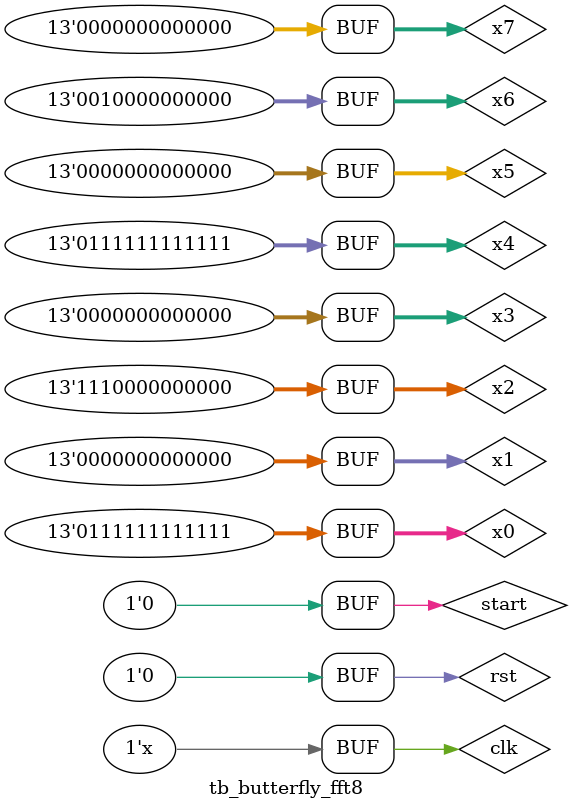
<source format=v>
/********************************************************************/
/*                                                                  */
/* Testbench: 8 pontos FFT szekvencialisan vegrehajtott butterfly   */
/* muveletekkel. A kimeneten az amplitudospektrum all elo!          */
/*                                                                  */
/********************************************************************/

`timescale 1ns / 1ps

module fft8(
		input clk,
		input rst,
		input start, //egy orajelnyi impulzust adjunk ide, ennek hatasara indul a transzformacio
		output busy, //amikor alacsony, akkor ervenyes a kimenet
		input signed [12:0] x0,x1,x2,x3,x4,x5,x6,x7,
		output signed [12:0] o0,o1,o2,o3,o4,o5,o6,o7
	);
	
	reg signed [12:0] twiddle_re, twiddle_im; //aktualis twiddle factor (w)
	reg signed [12:0] buffer_re[0:7], buffer_im[0:7]; //ebben dolgozunk
	wire signed [12:0] bf_in1_re, bf_in1_im, bf_in2_re, bf_in2_im; //butterfly bemenete
	wire signed [12:0] bf_out1_re, bf_out1_im, bf_out2_re, bf_out2_im; //butterfly kimenete
	
	/* butterfly egyseg */
	butterfly butterfly_i(
		.clk(clk),
		.w_re(twiddle_re),
		.w_im(twiddle_im),
		.x1_re(bf_in1_re),
		.x1_im(bf_in1_im),
		.x2_re(bf_in2_re),
		.x2_im(bf_in2_im),
		.y1_re(bf_out1_re),
		.y1_im(bf_out1_im),
		.y2_re(bf_out2_re),
		.y2_im(bf_out2_im)
	);
	
	/* statuszregiszter */
	reg[1:0] status;
	parameter IDLE=2'b00;
	parameter FFTING=2'b01;
	parameter ABSING=2'b11;
	
	/* szamlalok az utemezeshez */
	reg en; //orajelfelezo
	reg[1:0] i; //hanyadik FFT szint
	reg[1:0] j; //szinten belul hanyadik butterfly muvelet
	always@(posedge clk)
		en<=(rst|start)?0:~en;
	always@(posedge clk)
		if(rst)
		begin
			i<=0;
			j<=0;
		end
		else if((status==FFTING)&en)
			if(j==2'd3) //kesz vagyunk a szinttel
			begin
				j<=0;
				if(i==2'd2) //kesz vagyunk a teljes FFT-vel
					i<=0;
				else
					i<=i+1'b1;
			end
			else
				j<=j+1'b1;

	/* aktualis bemenetek cimenek eloallitasa */
	wire[2:0] addr1, addr2;
	assign addr1=({j,1'b0}<<i)|({j,1'b0}>>(3-i));
	assign addr2=({j,1'b1}<<i)|({j,1'b1}>>(3-i));
	assign bf_in1_re=buffer_re[addr1];
	assign bf_in1_im=buffer_im[addr1];
	assign bf_in2_re=buffer_re[addr2];
	assign bf_in2_im=buffer_im[addr2];
	
	/* twiddle factor cimenek eloallitasa */
	wire[1:0] twiddle_addr;
	assign twiddle_addr=j&(4'b1100>>i);
	
	/* twiddle factor lookup table */
	always@(*)
		case(twiddle_addr)
			2'b00: begin //1
			          twiddle_re<=13'b0111111111111;
						 twiddle_im<=13'b0000000000000;
			       end
			2'b01: begin //sqrt(2)/2-j*sqrt(2)/2
			          twiddle_re<=13'b0101101010000;
						 twiddle_im<=13'b1010010101111;
			       end
			2'b10: begin //-j
			          twiddle_re<=13'b0000000000000;
						 twiddle_im<=13'b1000000000000;
			       end
			2'b11: begin //-sqrt(2)/2-j*sqrt(2)/2
			          twiddle_re<=13'b1010010101111;
						 twiddle_im<=13'b1010010101111;
			       end
		endcase

	/* abszolutertek kepzese a kimeneten */
	wire signed [12:0] abs_in1, abs_in2, abs_out;
	abs abs_i(
		.y_re(abs_in1),
		.y_im(abs_in2),
		.y_abs(abs_out)
	);

	/* melyik kimenet abszoluterteket kepezzuk eppen */
	reg[2:0] abscntr;
	always@(posedge clk)
		if(rst|(abscntr==3'd7))
			abscntr<=0;
		else if(status==ABSING)
			abscntr<=abscntr+1'b1;

	assign abs_in1=buffer_re[abscntr];
	assign abs_in2=buffer_im[abscntr];

	/* allapotgep */
	always@(posedge clk)
		if(rst)
			status<=IDLE;
		else if(start) //kaptunk start jelet, elkezdjuk a transzformaciot
			status<=FFTING;
		else if((i==2'd2)&(j==2'd3)&en) //transzformacio kesz, kepezzuk az abszolutertekeket
			status<=ABSING;
		else if(abscntr==3'd7) //abszolutertekek eloalltak
			status<=IDLE;		
	
	assign busy=(status!=IDLE);

	/* buffer irasa: kezdetben a bemenet (bitreverse!), majd a BFU kimenete, vegul abszolutertek */
	reg busy_del;
	reg[2:0] addr1_del, addr2_del;
	always@(posedge clk)
	begin
		busy_del<=busy;
		addr1_del<=addr1;
		addr2_del<=addr2;
	end
	always@(posedge clk)
		if(start)
		begin
			buffer_re[0]<=x0;
			buffer_im[0]<=0;
			buffer_re[1]<=x4;
			buffer_im[1]<=0;
			buffer_re[2]<=x2;
			buffer_im[2]<=0;
			buffer_re[3]<=x6;
			buffer_im[3]<=0;
			buffer_re[4]<=x1;
			buffer_im[4]<=0;
			buffer_re[5]<=x5;
			buffer_im[5]<=0;
			buffer_re[6]<=x3;
			buffer_im[6]<=0;
			buffer_re[7]<=x7;
			buffer_im[7]<=0;
		end
		else if(status==FFTING)
		begin
			if(busy_del&en)
			begin
				buffer_re[addr1_del]<=bf_out1_re;
				buffer_im[addr1_del]<=bf_out1_im;
				buffer_re[addr2_del]<=bf_out2_re;
				buffer_im[addr2_del]<=bf_out2_im;
			end
		end
		else if(status==ABSING)
			buffer_re[abscntr]<=abs_out;

	/* a kimenet az abszolutertek */
	assign o0=buffer_re[0];
	assign o1=buffer_re[1];
	assign o2=buffer_re[2];
	assign o3=buffer_re[3];
	assign o4=buffer_re[4];
	assign o5=buffer_re[5];
	assign o6=buffer_re[6];
	assign o7=buffer_re[7];

endmodule

module tb_butterfly_fft8;

	/* bemenetek */
	reg clk, rst, start;
	reg signed [12:0] x0,x1,x2,x3,x4,x5,x6,x7;

	/* kimenetek */
	wire busy;
	wire signed [12:0] o0,o1,o2,o3,o4,o5,o6,o7;

	fft8 uut(clk,rst,start,busy,x0,x1,x2,x3,x4,x5,x6,x7,o0,o1,o2,o3,o4,o5,o6,o7);
	
	initial begin
		clk=0;
		rst=1;
		start=0;
		#100;
		rst=0;
		#6 //[1 1 1 1 1 1 1 1]  -->  [1 0 0 0 0 0 0 0]
		x0=13'b0111111111111;
		x1=13'b0111111111111;
		x2=13'b0111111111111;
		x3=13'b0111111111111;
		x4=13'b0111111111111;
		x5=13'b0111111111111;
		x6=13'b0111111111111;
		x7=13'b0111111111111;
		start=1;
		#10
		start=0;
		#600 //[-1 1 -1 1 -1 1 -1 1]  -->  [0 0 0 0 1 0 0 0]
		x0=13'b1000000000000;
		x1=13'b0111111111111;
		x2=13'b1000000000000;
		x3=13'b0111111111111;
		x4=13'b1000000000000;
		x5=13'b0111111111111;
		x6=13'b1000000000000;
		x7=13'b0111111111111;
		start=1;
		#10
		start=0;
		#600 //[1 0 -1/4 0 1 0 1/4 0]  -->  [1/4  1/16  1/4  1/16  1/4  1/16  1/4  1/16]
		x0=13'b0111111111111;
		x1=13'b0000000000000;
		x2=13'b1110000000000;
		x3=13'b0000000000000;
		x4=13'b0111111111111;
		x5=13'b0000000000000;
		x6=13'b0010000000000;
		x7=13'b0000000000000;
		start=1;
		#10
		start=0;
	end

always #5 clk<=~clk;

endmodule

</source>
